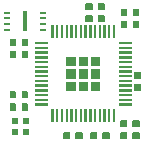
<source format=gtp>
G04 Layer: TopPasteMaskLayer*
G04 Panelize: , Column: 2, Row: 2, Board Size: 58.42mm x 58.42mm, Panelized Board Size: 118.84mm x 118.84mm*
G04 EasyEDA v6.5.34, 2023-08-21 18:11:39*
G04 a2cfa06f5d3c446ba3be34bd05ffaa75,5a6b42c53f6a479593ecc07194224c93,10*
G04 Gerber Generator version 0.2*
G04 Scale: 100 percent, Rotated: No, Reflected: No *
G04 Dimensions in millimeters *
G04 leading zeros omitted , absolute positions ,4 integer and 5 decimal *
%FSLAX45Y45*%
%MOMM*%

%ADD10R,0.5500X0.5500*%
%ADD11R,0.6000X0.2800*%
%ADD12R,0.3000X1.7000*%

%LPD*%
G36*
X1310995Y1594307D02*
G01*
X1306017Y1589278D01*
X1306017Y1536293D01*
X1310995Y1531315D01*
X1356004Y1531315D01*
X1360982Y1536293D01*
X1360982Y1589278D01*
X1356004Y1594307D01*
G37*
G36*
X1310995Y1491284D02*
G01*
X1306017Y1486306D01*
X1306017Y1433322D01*
X1310995Y1428292D01*
X1356004Y1428292D01*
X1360982Y1433322D01*
X1360982Y1486306D01*
X1356004Y1491284D01*
G37*
G36*
X1209395Y1594307D02*
G01*
X1204417Y1589278D01*
X1204417Y1536293D01*
X1209395Y1531315D01*
X1254404Y1531315D01*
X1259382Y1536293D01*
X1259382Y1589278D01*
X1254404Y1594307D01*
G37*
G36*
X1209395Y1491284D02*
G01*
X1204417Y1486306D01*
X1204417Y1433322D01*
X1209395Y1428292D01*
X1254404Y1428292D01*
X1259382Y1433322D01*
X1259382Y1486306D01*
X1254404Y1491284D01*
G37*
G36*
X1209395Y2038807D02*
G01*
X1204417Y2033778D01*
X1204417Y1980793D01*
X1209395Y1975815D01*
X1254404Y1975815D01*
X1259382Y1980793D01*
X1259382Y2033778D01*
X1254404Y2038807D01*
G37*
G36*
X1209395Y1935784D02*
G01*
X1204417Y1930806D01*
X1204417Y1877822D01*
X1209395Y1872792D01*
X1254404Y1872792D01*
X1259382Y1877822D01*
X1259382Y1930806D01*
X1254404Y1935784D01*
G37*
G36*
X1310995Y2038807D02*
G01*
X1306017Y2033778D01*
X1306017Y1980793D01*
X1310995Y1975815D01*
X1356004Y1975815D01*
X1360982Y1980793D01*
X1360982Y2033778D01*
X1356004Y2038807D01*
G37*
G36*
X1310995Y1935784D02*
G01*
X1306017Y1930806D01*
X1306017Y1877822D01*
X1310995Y1872792D01*
X1356004Y1872792D01*
X1360982Y1877822D01*
X1360982Y1930806D01*
X1356004Y1935784D01*
G37*
G36*
X2250795Y2189784D02*
G01*
X2245817Y2184806D01*
X2245817Y2131771D01*
X2250795Y2126792D01*
X2295804Y2126792D01*
X2300782Y2131771D01*
X2300782Y2184806D01*
X2295804Y2189784D01*
G37*
G36*
X2250795Y2292807D02*
G01*
X2245817Y2287778D01*
X2245817Y2234793D01*
X2250795Y2229815D01*
X2295804Y2229815D01*
X2300782Y2234793D01*
X2300782Y2287778D01*
X2295804Y2292807D01*
G37*
G36*
X2263495Y1656384D02*
G01*
X2258517Y1651406D01*
X2258517Y1598371D01*
X2263495Y1593392D01*
X2308504Y1593392D01*
X2313482Y1598371D01*
X2313482Y1651406D01*
X2308504Y1656384D01*
G37*
G36*
X2263495Y1759407D02*
G01*
X2258517Y1754378D01*
X2258517Y1701393D01*
X2263495Y1696415D01*
X2308504Y1696415D01*
X2313482Y1701393D01*
X2313482Y1754378D01*
X2308504Y1759407D01*
G37*
G36*
X2144471Y1348282D02*
G01*
X2139492Y1343304D01*
X2139492Y1298295D01*
X2144471Y1293317D01*
X2197506Y1293317D01*
X2202484Y1298295D01*
X2202484Y1343304D01*
X2197506Y1348282D01*
G37*
G36*
X2247493Y1348282D02*
G01*
X2242515Y1343304D01*
X2242515Y1298295D01*
X2247493Y1293317D01*
X2300478Y1293317D01*
X2305507Y1298295D01*
X2305507Y1343304D01*
X2300478Y1348282D01*
G37*
G36*
X2149195Y2189784D02*
G01*
X2144217Y2184806D01*
X2144217Y2131771D01*
X2149195Y2126792D01*
X2194204Y2126792D01*
X2199182Y2131771D01*
X2199182Y2184806D01*
X2194204Y2189784D01*
G37*
G36*
X2149195Y2292807D02*
G01*
X2144217Y2287778D01*
X2144217Y2234793D01*
X2149195Y2229815D01*
X2194204Y2229815D01*
X2199182Y2234793D01*
X2199182Y2287778D01*
X2194204Y2292807D01*
G37*
G36*
X1955393Y2338882D02*
G01*
X1950415Y2333904D01*
X1950415Y2288895D01*
X1955393Y2283917D01*
X2008378Y2283917D01*
X2013407Y2288895D01*
X2013407Y2333904D01*
X2008378Y2338882D01*
G37*
G36*
X1852422Y2338882D02*
G01*
X1847392Y2333904D01*
X1847392Y2288895D01*
X1852422Y2283917D01*
X1905406Y2283917D01*
X1910384Y2288895D01*
X1910384Y2333904D01*
X1905406Y2338882D01*
G37*
G36*
X1955393Y2237282D02*
G01*
X1950415Y2232304D01*
X1950415Y2187295D01*
X1955393Y2182317D01*
X2008378Y2182317D01*
X2013407Y2187295D01*
X2013407Y2232304D01*
X2008378Y2237282D01*
G37*
G36*
X1852422Y2237282D02*
G01*
X1847392Y2232304D01*
X1847392Y2187295D01*
X1852422Y2182317D01*
X1905406Y2182317D01*
X1910384Y2187295D01*
X1910384Y2232304D01*
X1905406Y2237282D01*
G37*
G36*
X1418793Y2009902D02*
G01*
X1418793Y1989886D01*
X1528775Y1989886D01*
X1528775Y2009902D01*
G37*
G36*
X1418793Y1969922D02*
G01*
X1418793Y1949907D01*
X1528775Y1949907D01*
X1528775Y1969922D01*
G37*
G36*
X1418793Y1929892D02*
G01*
X1418793Y1909876D01*
X1528775Y1909876D01*
X1528775Y1929892D01*
G37*
G36*
X1418793Y1889861D02*
G01*
X1418793Y1869897D01*
X1528775Y1869897D01*
X1528775Y1889861D01*
G37*
G36*
X1418793Y1849932D02*
G01*
X1418793Y1829917D01*
X1528775Y1829917D01*
X1528775Y1849932D01*
G37*
G36*
X1418793Y1809902D02*
G01*
X1418793Y1789887D01*
X1528775Y1789887D01*
X1528775Y1809902D01*
G37*
G36*
X1418793Y1769922D02*
G01*
X1418793Y1749907D01*
X1528775Y1749907D01*
X1528775Y1769922D01*
G37*
G36*
X1418793Y1729892D02*
G01*
X1418793Y1709877D01*
X1528775Y1709877D01*
X1528775Y1729892D01*
G37*
G36*
X1418793Y1689912D02*
G01*
X1418793Y1669897D01*
X1528775Y1669897D01*
X1528775Y1689912D01*
G37*
G36*
X1418793Y1649933D02*
G01*
X1418793Y1629918D01*
X1528775Y1629918D01*
X1528775Y1649933D01*
G37*
G36*
X1418793Y1609902D02*
G01*
X1418793Y1589887D01*
X1528775Y1589887D01*
X1528775Y1609902D01*
G37*
G36*
X1418793Y1569872D02*
G01*
X1418793Y1549908D01*
X1528775Y1549908D01*
X1528775Y1569872D01*
G37*
G36*
X1418793Y1529892D02*
G01*
X1418793Y1509877D01*
X1528775Y1509877D01*
X1528775Y1529892D01*
G37*
G36*
X1418793Y1489913D02*
G01*
X1418793Y1469898D01*
X1528775Y1469898D01*
X1528775Y1489913D01*
G37*
G36*
X1558798Y1439926D02*
G01*
X1558798Y1329893D01*
X1578813Y1329893D01*
X1578813Y1439926D01*
G37*
G36*
X1598777Y1439926D02*
G01*
X1598777Y1329893D01*
X1618792Y1329893D01*
X1618792Y1439926D01*
G37*
G36*
X1638807Y1439926D02*
G01*
X1638807Y1329893D01*
X1658772Y1329893D01*
X1658772Y1439926D01*
G37*
G36*
X1678787Y1439926D02*
G01*
X1678787Y1329893D01*
X1698802Y1329893D01*
X1698802Y1439926D01*
G37*
G36*
X1718818Y1439926D02*
G01*
X1718818Y1329893D01*
X1738782Y1329893D01*
X1738782Y1439926D01*
G37*
G36*
X1758797Y1439926D02*
G01*
X1758797Y1329893D01*
X1778812Y1329893D01*
X1778812Y1439926D01*
G37*
G36*
X1798777Y1439926D02*
G01*
X1798777Y1329893D01*
X1818792Y1329893D01*
X1818792Y1439926D01*
G37*
G36*
X1838807Y1439926D02*
G01*
X1838807Y1329893D01*
X1858772Y1329893D01*
X1858772Y1439926D01*
G37*
G36*
X1878787Y1439926D02*
G01*
X1878787Y1329893D01*
X1898802Y1329893D01*
X1898802Y1439926D01*
G37*
G36*
X1918817Y1439926D02*
G01*
X1918817Y1329893D01*
X1938782Y1329893D01*
X1938782Y1439926D01*
G37*
G36*
X1958797Y1439926D02*
G01*
X1958797Y1329893D01*
X1978812Y1329893D01*
X1978812Y1439926D01*
G37*
G36*
X1998776Y1439926D02*
G01*
X1998776Y1329893D01*
X2018792Y1329893D01*
X2018792Y1439926D01*
G37*
G36*
X2038807Y1439926D02*
G01*
X2038807Y1329893D01*
X2058771Y1329893D01*
X2058771Y1439926D01*
G37*
G36*
X2078786Y1439926D02*
G01*
X2078786Y1329893D01*
X2098802Y1329893D01*
X2098802Y1439926D01*
G37*
G36*
X2128824Y1489913D02*
G01*
X2128824Y1469898D01*
X2238806Y1469898D01*
X2238806Y1489913D01*
G37*
G36*
X2128824Y1529892D02*
G01*
X2128824Y1509877D01*
X2238806Y1509877D01*
X2238806Y1529892D01*
G37*
G36*
X2128824Y1569872D02*
G01*
X2128824Y1549908D01*
X2238806Y1549908D01*
X2238806Y1569872D01*
G37*
G36*
X2128824Y1609902D02*
G01*
X2128824Y1589887D01*
X2238806Y1589887D01*
X2238806Y1609902D01*
G37*
G36*
X2128824Y1649933D02*
G01*
X2128824Y1629918D01*
X2238806Y1629918D01*
X2238806Y1649933D01*
G37*
G36*
X2128824Y1689912D02*
G01*
X2128824Y1669897D01*
X2238806Y1669897D01*
X2238806Y1689912D01*
G37*
G36*
X2128824Y1729892D02*
G01*
X2128824Y1709877D01*
X2238806Y1709877D01*
X2238806Y1729892D01*
G37*
G36*
X2128824Y1769922D02*
G01*
X2128824Y1749907D01*
X2238806Y1749907D01*
X2238806Y1769922D01*
G37*
G36*
X2128824Y1809902D02*
G01*
X2128824Y1789887D01*
X2238806Y1789887D01*
X2238806Y1809902D01*
G37*
G36*
X2128824Y1849932D02*
G01*
X2128824Y1829917D01*
X2238806Y1829917D01*
X2238806Y1849932D01*
G37*
G36*
X2128824Y1889861D02*
G01*
X2128824Y1869897D01*
X2238806Y1869897D01*
X2238806Y1889861D01*
G37*
G36*
X2128824Y1929892D02*
G01*
X2128824Y1909876D01*
X2238806Y1909876D01*
X2238806Y1929892D01*
G37*
G36*
X2128824Y1969922D02*
G01*
X2128824Y1949907D01*
X2238806Y1949907D01*
X2238806Y1969922D01*
G37*
G36*
X2128824Y2009902D02*
G01*
X2128824Y1989886D01*
X2238806Y1989886D01*
X2238806Y2009902D01*
G37*
G36*
X2078786Y2149906D02*
G01*
X2078786Y2039874D01*
X2098802Y2039874D01*
X2098802Y2149906D01*
G37*
G36*
X2038807Y2149906D02*
G01*
X2038807Y2039874D01*
X2058771Y2039874D01*
X2058771Y2149906D01*
G37*
G36*
X1998776Y2149906D02*
G01*
X1998776Y2039874D01*
X2018792Y2039874D01*
X2018792Y2149906D01*
G37*
G36*
X1958797Y2149906D02*
G01*
X1958797Y2039874D01*
X1978812Y2039874D01*
X1978812Y2149906D01*
G37*
G36*
X1918817Y2149906D02*
G01*
X1918817Y2039874D01*
X1938782Y2039874D01*
X1938782Y2149906D01*
G37*
G36*
X1878787Y2149906D02*
G01*
X1878787Y2039874D01*
X1898802Y2039874D01*
X1898802Y2149906D01*
G37*
G36*
X1838807Y2149906D02*
G01*
X1838807Y2039874D01*
X1858772Y2039874D01*
X1858772Y2149906D01*
G37*
G36*
X1798777Y2149906D02*
G01*
X1798777Y2039874D01*
X1818792Y2039874D01*
X1818792Y2149906D01*
G37*
G36*
X1758797Y2149906D02*
G01*
X1758797Y2039874D01*
X1778812Y2039874D01*
X1778812Y2149906D01*
G37*
G36*
X1718818Y2149906D02*
G01*
X1718818Y2039874D01*
X1738782Y2039874D01*
X1738782Y2149906D01*
G37*
G36*
X1678787Y2149906D02*
G01*
X1678787Y2039874D01*
X1698802Y2039874D01*
X1698802Y2149906D01*
G37*
G36*
X1638807Y2149906D02*
G01*
X1638807Y2039874D01*
X1658772Y2039874D01*
X1658772Y2149906D01*
G37*
G36*
X1598777Y2149906D02*
G01*
X1598777Y2039874D01*
X1618792Y2039874D01*
X1618792Y2149906D01*
G37*
G36*
X1558798Y2149906D02*
G01*
X1558798Y2039874D01*
X1578813Y2039874D01*
X1578813Y2149906D01*
G37*
G36*
X1893824Y1884883D02*
G01*
X1893824Y1804924D01*
X1973783Y1804924D01*
X1973783Y1884883D01*
G37*
G36*
X1683816Y1884883D02*
G01*
X1683816Y1804924D01*
X1763826Y1804924D01*
X1763826Y1884883D01*
G37*
G36*
X1683816Y1674926D02*
G01*
X1683816Y1594916D01*
X1763775Y1594916D01*
X1763775Y1674926D01*
G37*
G36*
X1893773Y1674926D02*
G01*
X1893773Y1594916D01*
X1973783Y1594916D01*
X1973783Y1674926D01*
G37*
G36*
X1893773Y1779879D02*
G01*
X1893773Y1699869D01*
X1973783Y1699869D01*
X1973783Y1779879D01*
G37*
G36*
X1788820Y1884934D02*
G01*
X1788820Y1804924D01*
X1868779Y1804924D01*
X1868779Y1884934D01*
G37*
G36*
X1683816Y1779879D02*
G01*
X1683816Y1699869D01*
X1763775Y1699869D01*
X1763775Y1779879D01*
G37*
G36*
X1788820Y1779879D02*
G01*
X1788820Y1699920D01*
X1868779Y1699920D01*
X1868779Y1779879D01*
G37*
G36*
X1788820Y1674418D02*
G01*
X1788820Y1594408D01*
X1868779Y1594408D01*
X1868779Y1674418D01*
G37*
G36*
X2144471Y1246682D02*
G01*
X2139492Y1241704D01*
X2139492Y1196695D01*
X2144471Y1191717D01*
X2197506Y1191717D01*
X2202484Y1196695D01*
X2202484Y1241704D01*
X2197506Y1246682D01*
G37*
G36*
X2247493Y1246682D02*
G01*
X2242515Y1241704D01*
X2242515Y1196695D01*
X2247493Y1191717D01*
X2300478Y1191717D01*
X2305507Y1196695D01*
X2305507Y1241704D01*
X2300478Y1246682D01*
G37*
G36*
X1890471Y1246682D02*
G01*
X1885492Y1241704D01*
X1885492Y1196695D01*
X1890471Y1191717D01*
X1943506Y1191717D01*
X1948484Y1196695D01*
X1948484Y1241704D01*
X1943506Y1246682D01*
G37*
G36*
X1993493Y1246682D02*
G01*
X1988515Y1241704D01*
X1988515Y1196695D01*
X1993493Y1191717D01*
X2046478Y1191717D01*
X2051507Y1196695D01*
X2051507Y1241704D01*
X2046478Y1246682D01*
G37*
G36*
X1764893Y1246682D02*
G01*
X1759915Y1241704D01*
X1759915Y1196695D01*
X1764893Y1191717D01*
X1817878Y1191717D01*
X1822907Y1196695D01*
X1822907Y1241704D01*
X1817878Y1246682D01*
G37*
G36*
X1661922Y1246682D02*
G01*
X1656892Y1241704D01*
X1656892Y1196695D01*
X1661922Y1191717D01*
X1714906Y1191717D01*
X1719884Y1196695D01*
X1719884Y1241704D01*
X1714906Y1246682D01*
G37*
D10*
G01*
X1247876Y1247902D03*
G01*
X1342897Y1247902D03*
G01*
X1342897Y1342923D03*
G01*
X1247876Y1342923D03*
D11*
G01*
X1484223Y2109393D03*
G01*
X1484223Y2159406D03*
G01*
X1484223Y2209393D03*
G01*
X1484223Y2259406D03*
G01*
X1182751Y2109393D03*
G01*
X1182751Y2159406D03*
G01*
X1182751Y2209393D03*
G01*
X1182751Y2259406D03*
D12*
G01*
X1333500Y2184400D03*
M02*

</source>
